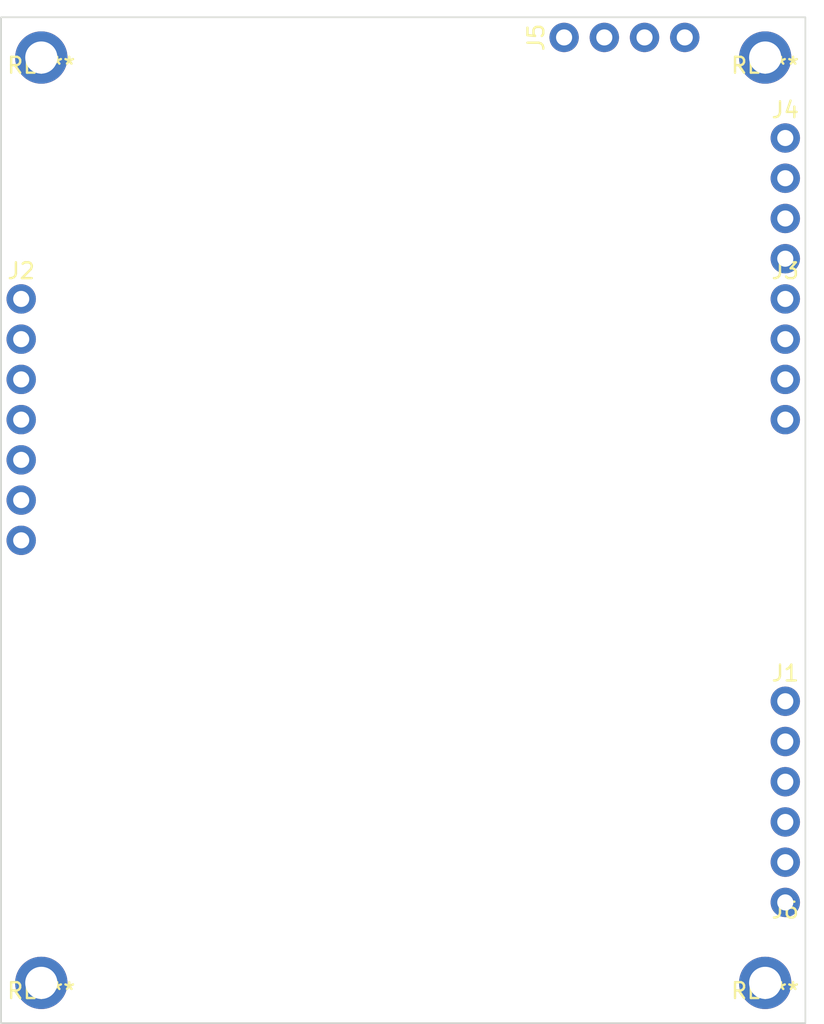
<source format=kicad_pcb>
(kicad_pcb (version 20211014) (generator pcbnew)
  (layers (0 "F.Cu" signal) (31 "B.Cu" signal) (34 "B.Paste" user) (35 "F.Paste" user) (36 "B.SilkS" user "B.Silkscreen") (37 "F.SilkS" user "F.Silkscreen") (38 "B.Mask" user) (39 "F.Mask" user) (44 "Edge.Cuts" user))
  (net 0 "")
  (net 1 "/D37")
  (net 2 "/VBUS")
  (net 3 "/VIN")
  (net 4 "/EN")
  (net 5 "/GND")
  (net 6 "/RST")
  (net 7 "/3V3_2")
  (net 8 "/D4")
  (net 9 "/AD35")
  (net 10 "/SCK")
  (net 11 "/CIPO")
  (net 12 "/COPI")
  (net 13 "/GND3")
  (net 14 "/SCL")
  (net 15 "/SDA")
  (net 16 "/3V3")
  (net 17 "/GND2")
  (net 18 "/AD31")
  (net 19 "/D42")
  (net 20 "/D43")
  (net 21 "/AD32")
  (net 22 "/AD29")
  (net 23 "/AD12")
  (net 24 "/D15")
  (net 25 "/AD11")
  (footprint "Sparkfun:Pinheader_4" (layer "F.Cu") (at 100.33 68.58)
    (fp_text reference "J3" (at 0 -1.77 unlocked) (layer "F.SilkS"))
    (fp_text value "I2C")
    (pad "1" thru_hole circle (at 0 0) (size 1.8542 1.8542) (drill 1.016) (layers *.Cu) (net 17 "/GND2"))
    (pad "2" thru_hole circle (at 0 2.54) (size 1.8542 1.8542) (drill 1.016) (layers *.Cu *.Mask) (net 16 "/3V3"))
    (pad "3" thru_hole circle (at 0 5.08) (size 1.8542 1.8542) (drill 1.016) (layers *.Cu *.Mask) (net 15 "/SDA"))
    (pad "4" thru_hole circle (at 0 7.62) (size 1.8542 1.8542) (drill 1.016) (layers *.Cu *.Mask) (net 14 "/SCL"))
  )
  (footprint "Sparkfun:Pad_0.04in" (layer "F.Cu") (at 100.33 106.68)
    (fp_text reference "J6" (at 0 0.5) (layer "F.SilkS"))
    (fp_text value "GPIO3")
    (pad "1" thru_hole circle locked (at 0 0) (size 1.8542 1.8542) (drill 1.016) (layers *.Cu) (net 1 "/D37"))
  )
  (footprint "Sparkfun:Pinheader_4" (layer "F.Cu") (at 100.33 58.42)
    (fp_text reference "J4" (at 0 -1.77 unlocked) (layer "F.SilkS"))
    (fp_text value "GPIO1")
    (pad "1" thru_hole circle (at 0 0) (size 1.8542 1.8542) (drill 1.016) (layers *.Cu) (net 21 "/AD32"))
    (pad "2" thru_hole circle (at 0 2.54) (size 1.8542 1.8542) (drill 1.016) (layers *.Cu *.Mask) (net 20 "/D43"))
    (pad "3" thru_hole circle (at 0 5.08) (size 1.8542 1.8542) (drill 1.016) (layers *.Cu *.Mask) (net 19 "/D42"))
    (pad "4" thru_hole circle (at 0 7.62) (size 1.8542 1.8542) (drill 1.016) (layers *.Cu *.Mask) (net 18 "/AD31"))
  )
  (footprint "Sparkfun:MountingHole_0.08in" (layer "F.Cu") (at 99.06 53.34)
    (fp_text reference "REF**" (at 0 0.5) (layer "F.SilkS"))
    (fp_text value " ")
    (pad "1" thru_hole circle locked (at 0 0) (size 3.302 3.302) (drill 2.032) (layers *.Cu))
  )
  (footprint "Sparkfun:MountingHole_0.08in" (layer "F.Cu") (at 53.34 53.34)
    (fp_text reference "REF**" (at 0 0.5) (layer "F.SilkS"))
    (fp_text value " ")
    (pad "1" thru_hole circle locked (at 0 0) (size 3.302 3.302) (drill 2.032) (layers *.Cu))
  )
  (footprint "Sparkfun:Pinheader_7" (layer "F.Cu") (at 52.07 68.58)
    (fp_text reference "J2" (at 0 -1.77 unlocked) (layer "F.SilkS"))
    (fp_text value "SPI")
    (pad "1" thru_hole circle (at 0 0) (size 1.8542 1.8542) (drill 1.016) (layers *.Cu *.Mask) (net 13 "/GND3"))
    (pad "2" thru_hole circle (at 0 2.54) (size 1.8542 1.8542) (drill 1.016) (layers *.Cu *.Mask) (net 12 "/COPI"))
    (pad "3" thru_hole circle (at 0 5.08) (size 1.8542 1.8542) (drill 1.016) (layers *.Cu *.Mask) (net 11 "/CIPO"))
    (pad "4" thru_hole circle (at 0 7.62) (size 1.8542 1.8542) (drill 1.016) (layers *.Cu *.Mask) (net 10 "/SCK"))
    (pad "5" thru_hole circle (at 0 10.16) (size 1.8542 1.8542) (drill 1.016) (layers *.Cu *.Mask) (net 9 "/AD35"))
    (pad "6" thru_hole circle (at 0 12.7) (size 1.8542 1.8542) (drill 1.016) (layers *.Cu *.Mask) (net 8 "/D4"))
    (pad "7" thru_hole circle (at 0 15.24) (size 1.8542 1.8542) (drill 1.016) (layers *.Cu *.Mask) (net 7 "/3V3_2"))
  )
  (footprint "Sparkfun:Pinheader_5" (layer "F.Cu") (at 100.33 93.98)
    (fp_text reference "J1" (at 0 -1.77 unlocked) (layer "F.SilkS"))
    (fp_text value "Conn1")
    (pad "1" thru_hole circle (at 0 0) (size 1.8542 1.8542) (drill 1.016) (layers *.Cu *.Mask) (net 6 "/RST"))
    (pad "2" thru_hole circle (at 0 2.54) (size 1.8542 1.8542) (drill 1.016) (layers *.Cu *.Mask) (net 5 "/GND"))
    (pad "3" thru_hole circle (at 0 5.08) (size 1.8542 1.8542) (drill 1.016) (layers *.Cu *.Mask) (net 4 "/EN"))
    (pad "4" thru_hole circle (at 0 7.62) (size 1.8542 1.8542) (drill 1.016) (layers *.Cu *.Mask) (net 3 "/VIN"))
    (pad "5" thru_hole circle (at 0 10.16) (size 1.8542 1.8542) (drill 1.016) (layers *.Cu *.Mask) (net 2 "/VBUS"))
  )
  (footprint "Sparkfun:Pinheader_4" (layer "F.Cu") (at 86.36 52.07 90)
    (fp_text reference "J5" (at 0 -1.77 90 unlocked) (layer "F.SilkS"))
    (fp_text value "GPIO2")
    (pad "1" thru_hole circle (at 0 0 90) (size 1.8542 1.8542) (drill 1.016) (layers *.Cu) (net 22 "/AD29"))
    (pad "2" thru_hole circle (at 0 2.54 90) (size 1.8542 1.8542) (drill 1.016) (layers *.Cu *.Mask) (net 25 "/AD11"))
    (pad "3" thru_hole circle (at 0 5.08 90) (size 1.8542 1.8542) (drill 1.016) (layers *.Cu *.Mask) (net 24 "/D15"))
    (pad "4" thru_hole circle (at 0 7.62 90) (size 1.8542 1.8542) (drill 1.016) (layers *.Cu *.Mask) (net 23 "/AD12"))
  )
  (footprint "Sparkfun:MountingHole_0.08in" (layer "F.Cu") (at 53.34 111.76)
    (fp_text reference "REF**" (at 0 0.5) (layer "F.SilkS"))
    (fp_text value " ")
    (pad "1" thru_hole circle locked (at 0 0) (size 3.302 3.302) (drill 2.032) (layers *.Cu))
  )
  (footprint "Sparkfun:MountingHole_0.08in" (layer "F.Cu") (at 99.06 111.76)
    (fp_text reference "REF**" (at 0 0.5) (layer "F.SilkS"))
    (fp_text value " ")
    (pad "1" thru_hole circle locked (at 0 0) (size 3.302 3.302) (drill 2.032) (layers *.Cu))
  )
  (gr_rect (start 50.8 50.8) (end 101.6 114.3) (layer "Edge.Cuts") (width 0.1) (fill none))
)
</source>
